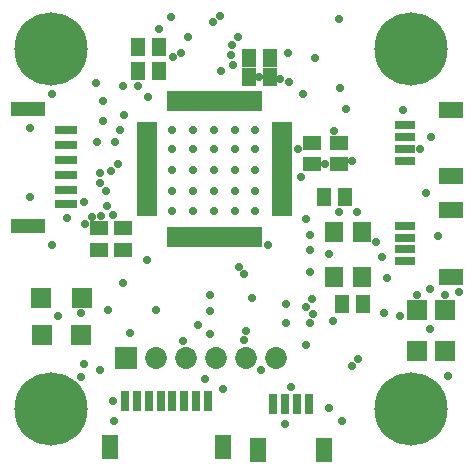
<source format=gbr>
%TF.GenerationSoftware,Altium Limited,Altium Designer,21.3.2 (30)*%
G04 Layer_Color=8388736*
%FSLAX44Y44*%
%MOMM*%
%TF.SameCoordinates,DF9C5644-7730-4CB0-946D-AD2690A7FF42*%
%TF.FilePolarity,Negative*%
%TF.FileFunction,Soldermask,Top*%
%TF.Part,Single*%
G01*
G75*
%TA.AperFunction,SMDPad,CuDef*%
%ADD48R,1.2032X1.5032*%
%ADD49R,1.5032X1.2032*%
%ADD59R,1.7272X1.7272*%
%TA.AperFunction,ComponentPad*%
%ADD60C,1.8532*%
%ADD61R,1.8532X1.8532*%
%TA.AperFunction,ViaPad*%
%ADD62C,6.1976*%
%ADD63C,0.7112*%
%TA.AperFunction,SMDPad,CuDef*%
%ADD66R,1.7032X1.7032*%
%ADD67R,1.5032X1.8032*%
%ADD68R,0.5032X1.6782*%
%ADD69R,1.6782X0.5032*%
%ADD70R,1.7032X1.7032*%
%ADD71R,2.9032X1.2032*%
%ADD72R,1.9032X0.8032*%
%ADD73R,1.4032X2.0032*%
%ADD74R,0.8032X1.7532*%
%ADD75R,0.8032X1.7532*%
%ADD76R,1.4032X2.0032*%
%ADD77R,2.0032X1.4032*%
%ADD78R,1.7532X0.8032*%
D48*
X855980Y698500D02*
D03*
X873880Y698400D02*
D03*
X840620Y788770D02*
D03*
X858520Y788670D02*
D03*
X701040Y915670D02*
D03*
X683140Y915770D02*
D03*
X701040Y895350D02*
D03*
X683140Y895450D02*
D03*
X777120Y906880D02*
D03*
X795020Y906780D02*
D03*
X777240Y890270D02*
D03*
X795140Y890170D02*
D03*
D49*
X853340Y816490D02*
D03*
X853440Y834390D02*
D03*
X830580D02*
D03*
X830480Y816490D02*
D03*
X650340Y762120D02*
D03*
X650240Y744220D02*
D03*
X670660Y762120D02*
D03*
X670560Y744220D02*
D03*
D59*
X601980Y671830D02*
D03*
X635000D02*
D03*
D60*
X723900Y652540D02*
D03*
X698500D02*
D03*
X749300D02*
D03*
X774700D02*
D03*
X800100D02*
D03*
D61*
X673100D02*
D03*
D62*
X609600Y609600D02*
D03*
X914400D02*
D03*
Y914400D02*
D03*
X609600D02*
D03*
D63*
X712724Y907542D02*
D03*
X764032Y900176D02*
D03*
X762000Y909066D02*
D03*
X762508Y917448D02*
D03*
X676341Y673507D02*
D03*
X662371Y615849D02*
D03*
X755335Y626009D02*
D03*
X812485Y628041D02*
D03*
X844997Y610007D02*
D03*
X848299Y683921D02*
D03*
X825246Y663702D02*
D03*
X936945Y756057D02*
D03*
X907633Y862864D02*
D03*
X931357Y839877D02*
D03*
X662432Y773176D02*
D03*
X657098Y781050D02*
D03*
X753364Y895096D02*
D03*
X725424Y924052D02*
D03*
X720090Y910590D02*
D03*
X768410Y729504D02*
D03*
X698500Y693420D02*
D03*
X772820Y723290D02*
D03*
X811510Y886440D02*
D03*
X831850Y689610D02*
D03*
X829135Y682075D02*
D03*
X955109Y708565D02*
D03*
X844619Y740315D02*
D03*
X664210Y835660D02*
D03*
X651510Y808990D02*
D03*
X666750Y816610D02*
D03*
X660114Y810883D02*
D03*
X651333Y800570D02*
D03*
X859790Y863600D02*
D03*
X864870Y819150D02*
D03*
X842010Y816610D02*
D03*
X818919Y829079D02*
D03*
X721360Y666750D02*
D03*
X734060Y680720D02*
D03*
X849428Y844550D02*
D03*
X854710Y881380D02*
D03*
X740410Y635000D02*
D03*
X793750Y748030D02*
D03*
X822960Y876300D02*
D03*
X803910Y889000D02*
D03*
X768350Y924560D02*
D03*
X637540Y647700D02*
D03*
X638810Y765810D02*
D03*
X779780Y703580D02*
D03*
X808990Y681990D02*
D03*
X773430Y668020D02*
D03*
X648970Y835660D02*
D03*
X786130Y890270D02*
D03*
X610870Y748030D02*
D03*
X637540Y784860D02*
D03*
X643936Y772200D02*
D03*
X651555Y772329D02*
D03*
X656590Y794180D02*
D03*
X787400Y642620D02*
D03*
X774700Y675640D02*
D03*
X946150Y637540D02*
D03*
X930910Y711200D02*
D03*
Y676910D02*
D03*
X647700Y885190D02*
D03*
X701040Y930910D02*
D03*
X623570Y770890D02*
D03*
X711200Y941070D02*
D03*
X610870Y876300D02*
D03*
X591820Y788670D02*
D03*
Y847090D02*
D03*
X654050Y869950D02*
D03*
X670560Y882650D02*
D03*
X692150Y873760D02*
D03*
X671830Y858520D02*
D03*
X782320Y777240D02*
D03*
X765810D02*
D03*
X748030D02*
D03*
X730250D02*
D03*
X712470D02*
D03*
X782320Y793750D02*
D03*
X765810D02*
D03*
X748030D02*
D03*
X730250D02*
D03*
X712470D02*
D03*
X782320Y811530D02*
D03*
X765810D02*
D03*
X748030D02*
D03*
X730250D02*
D03*
X712470D02*
D03*
X782320Y829310D02*
D03*
X765810D02*
D03*
X748030D02*
D03*
X730250D02*
D03*
X712470D02*
D03*
X782320Y845820D02*
D03*
X765810D02*
D03*
X748030D02*
D03*
X730250D02*
D03*
X712470D02*
D03*
X810260Y910590D02*
D03*
X833120Y906780D02*
D03*
X853440Y939800D02*
D03*
X657860Y693420D02*
D03*
X635000Y690880D02*
D03*
X615950Y688340D02*
D03*
X690880Y735330D02*
D03*
X670560Y716280D02*
D03*
X927100Y792480D02*
D03*
X922020Y829310D02*
D03*
X864562Y646122D02*
D03*
X869950Y651510D02*
D03*
X825500Y695960D02*
D03*
X855980Y599440D02*
D03*
X807720Y596900D02*
D03*
X905510Y688340D02*
D03*
X891540Y690880D02*
D03*
X894080Y720090D02*
D03*
X890270Y737870D02*
D03*
X885190Y750570D02*
D03*
X868680Y775970D02*
D03*
X853440D02*
D03*
X830580Y702310D02*
D03*
X829310Y725170D02*
D03*
Y744220D02*
D03*
X808990Y698500D02*
D03*
X662940Y599440D02*
D03*
X635000Y636270D02*
D03*
X943610Y706120D02*
D03*
X919480D02*
D03*
X829310Y756920D02*
D03*
X825611Y770011D02*
D03*
X654050Y853440D02*
D03*
X683260Y882650D02*
D03*
X753110Y942340D02*
D03*
X746850Y937260D02*
D03*
X668020Y845820D02*
D03*
X744220Y706120D02*
D03*
X821515Y805355D02*
D03*
X651510Y642620D02*
D03*
X744220Y673100D02*
D03*
Y692150D02*
D03*
D66*
X943610Y693140D02*
D03*
Y658140D02*
D03*
X919480Y693140D02*
D03*
Y658140D02*
D03*
D67*
X849560Y721410D02*
D03*
Y759410D02*
D03*
X872560D02*
D03*
Y721410D02*
D03*
D68*
X785692Y755142D02*
D03*
X780692D02*
D03*
X775692D02*
D03*
X770692D02*
D03*
X765692D02*
D03*
X760692D02*
D03*
X755692D02*
D03*
X750692D02*
D03*
X745692D02*
D03*
X740692D02*
D03*
X735692D02*
D03*
X730692D02*
D03*
X725692D02*
D03*
X720692D02*
D03*
X715692D02*
D03*
X710692D02*
D03*
Y869902D02*
D03*
X715692D02*
D03*
X720692D02*
D03*
X725692D02*
D03*
X730692D02*
D03*
X735692D02*
D03*
X740692D02*
D03*
X745692D02*
D03*
X750692D02*
D03*
X755692D02*
D03*
X760692D02*
D03*
X765692D02*
D03*
X770692D02*
D03*
X775692D02*
D03*
X780692D02*
D03*
X785692D02*
D03*
D69*
X690812Y775022D02*
D03*
Y780022D02*
D03*
Y785022D02*
D03*
Y790022D02*
D03*
Y795022D02*
D03*
Y800022D02*
D03*
Y805022D02*
D03*
Y810022D02*
D03*
Y815022D02*
D03*
Y820022D02*
D03*
Y825022D02*
D03*
Y830022D02*
D03*
Y835022D02*
D03*
Y840022D02*
D03*
Y845022D02*
D03*
Y850022D02*
D03*
X805572D02*
D03*
Y845022D02*
D03*
Y840022D02*
D03*
Y835022D02*
D03*
Y830022D02*
D03*
Y825022D02*
D03*
Y820022D02*
D03*
Y815022D02*
D03*
Y810022D02*
D03*
Y805022D02*
D03*
Y800022D02*
D03*
Y795022D02*
D03*
Y790022D02*
D03*
Y785022D02*
D03*
Y780022D02*
D03*
Y775022D02*
D03*
D70*
X635990Y703580D02*
D03*
X600990D02*
D03*
D71*
X590550Y863600D02*
D03*
Y764100D02*
D03*
D72*
X622550Y845100D02*
D03*
Y832600D02*
D03*
Y820100D02*
D03*
Y807600D02*
D03*
Y795100D02*
D03*
Y782600D02*
D03*
D73*
X840880Y574660D02*
D03*
X784880D02*
D03*
D74*
X797880Y613410D02*
D03*
X807880D02*
D03*
X817880D02*
D03*
X827880D02*
D03*
D75*
X672390Y616280D02*
D03*
X682390D02*
D03*
X692390D02*
D03*
X702390D02*
D03*
X712390D02*
D03*
X722390D02*
D03*
X732390D02*
D03*
X742390D02*
D03*
D76*
X659390Y577520D02*
D03*
X755390D02*
D03*
D77*
X948070Y777380D02*
D03*
Y721380D02*
D03*
Y862470D02*
D03*
Y806470D02*
D03*
D78*
X909320Y734380D02*
D03*
Y744380D02*
D03*
Y754380D02*
D03*
Y764380D02*
D03*
Y819470D02*
D03*
Y829470D02*
D03*
Y839470D02*
D03*
Y849470D02*
D03*
%TF.MD5,85b908e9993eb4545fc671651feda61b*%
M02*

</source>
